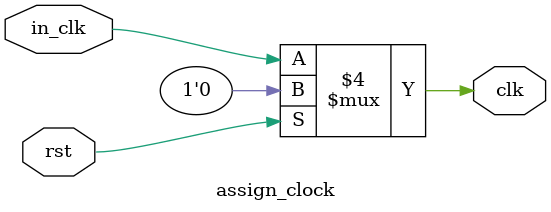
<source format=v>
module assign_clock(clk, rst, in_clk);
	output reg clk;
	input in_clk, rst;
	
	always @(in_clk)
	begin
		if(rst == 0)
		begin
			clk <= in_clk;
		end
		else
		begin
			clk <= 1'b0;
		end
	end
	
	
endmodule 

//citation :
//http://referencedesigner.com/tutorials/verilogexamples/verilog_ex_02.php
</source>
